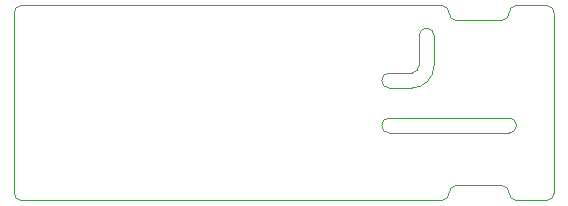
<source format=gko>
G04 (created by PCBNEW (2013-07-07 BZR 4022)-stable) date Fri 26 Aug 2022 02:56:40 AM CDT*
%MOIN*%
G04 Gerber Fmt 3.4, Leading zero omitted, Abs format*
%FSLAX34Y34*%
G01*
G70*
G90*
G04 APERTURE LIST*
%ADD10C,0.00590551*%
%ADD11C,0.00393701*%
G04 APERTURE END LIST*
G54D10*
G54D11*
X64500Y-59750D02*
X78500Y-59750D01*
X78500Y-53250D02*
X64500Y-53250D01*
X81000Y-53250D02*
X81500Y-53250D01*
X81500Y-59750D02*
X81000Y-59750D01*
X79000Y-53750D02*
X80500Y-53750D01*
X79000Y-59250D02*
X80500Y-59250D01*
X80750Y-59500D02*
G75*
G03X81000Y-59750I250J0D01*
G74*
G01*
X78500Y-59750D02*
G75*
G03X78750Y-59500I0J250D01*
G74*
G01*
X80750Y-59500D02*
G75*
G03X80500Y-59250I-250J0D01*
G74*
G01*
X79000Y-59250D02*
G75*
G03X78750Y-59500I0J-250D01*
G74*
G01*
X78750Y-53500D02*
G75*
G03X78500Y-53250I-250J0D01*
G74*
G01*
X78750Y-53500D02*
G75*
G03X79000Y-53750I250J0D01*
G74*
G01*
X81000Y-53250D02*
G75*
G03X80750Y-53500I0J-250D01*
G74*
G01*
X80500Y-53750D02*
G75*
G03X80750Y-53500I0J250D01*
G74*
G01*
X81500Y-53250D02*
X82000Y-53250D01*
X81500Y-59750D02*
X82000Y-59750D01*
X76750Y-56000D02*
X77500Y-56000D01*
X76750Y-55500D02*
X77500Y-55500D01*
X78250Y-54250D02*
X78250Y-55250D01*
X77750Y-55250D02*
X77750Y-54250D01*
X77500Y-56000D02*
G75*
G03X78250Y-55250I0J750D01*
G74*
G01*
X78250Y-54250D02*
G75*
G03X78000Y-54000I-250J0D01*
G74*
G01*
X78000Y-54000D02*
G75*
G03X77750Y-54250I0J-250D01*
G74*
G01*
X77500Y-55500D02*
G75*
G03X77750Y-55250I0J250D01*
G74*
G01*
X76750Y-55500D02*
G75*
G03X76500Y-55750I0J-250D01*
G74*
G01*
X76500Y-55750D02*
G75*
G03X76750Y-56000I250J0D01*
G74*
G01*
X80750Y-57500D02*
G75*
G03X81000Y-57250I0J250D01*
G74*
G01*
X81000Y-57250D02*
G75*
G03X80750Y-57000I-250J0D01*
G74*
G01*
X76750Y-57500D02*
X80750Y-57500D01*
X76750Y-57000D02*
X80750Y-57000D01*
X76500Y-57250D02*
G75*
G03X76750Y-57500I250J0D01*
G74*
G01*
X76750Y-57000D02*
G75*
G03X76500Y-57250I0J-250D01*
G74*
G01*
X64250Y-59500D02*
X64250Y-53500D01*
X82250Y-53500D02*
X82250Y-59500D01*
X82000Y-59750D02*
G75*
G03X82250Y-59500I0J250D01*
G74*
G01*
X82250Y-53500D02*
G75*
G03X82000Y-53250I-250J0D01*
G74*
G01*
X64500Y-53250D02*
G75*
G03X64250Y-53500I0J-250D01*
G74*
G01*
X64250Y-59500D02*
G75*
G03X64500Y-59750I250J0D01*
G74*
G01*
M02*

</source>
